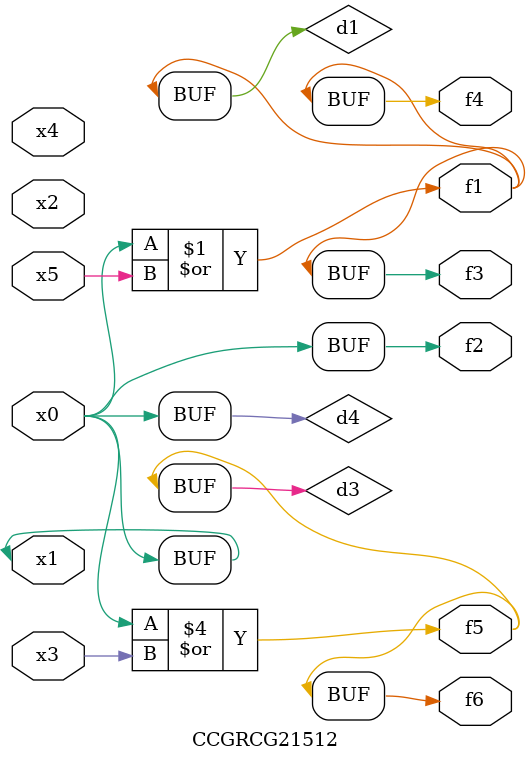
<source format=v>
module CCGRCG21512(
	input x0, x1, x2, x3, x4, x5,
	output f1, f2, f3, f4, f5, f6
);

	wire d1, d2, d3, d4;

	or (d1, x0, x5);
	xnor (d2, x1, x4);
	or (d3, x0, x3);
	buf (d4, x0, x1);
	assign f1 = d1;
	assign f2 = d4;
	assign f3 = d1;
	assign f4 = d1;
	assign f5 = d3;
	assign f6 = d3;
endmodule

</source>
